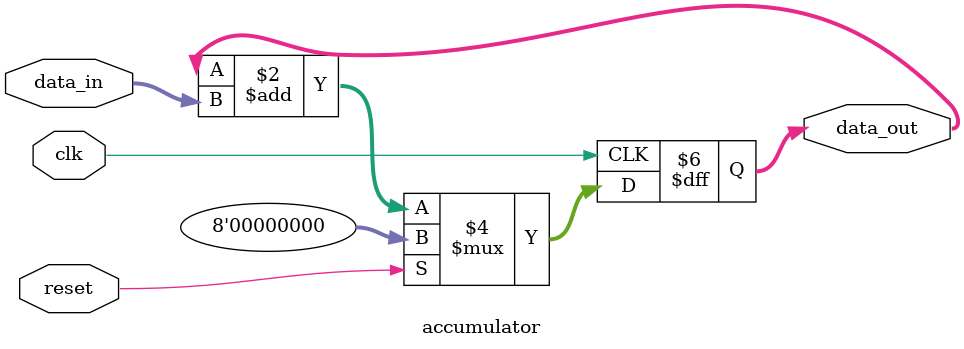
<source format=sv>
module Lab0;

bit       clk, reset;
bit [7:0] data_in;
wire[7:0] data_out;

// instantiate DUT here
accumulator acc1(.clk     (clk    ),   // may omit (clk) since names are the same
                 .reset   (reset)  , 
                 .data_in (data_in), 
                 .data_out(data_out));

always begin
  #5ns clk = 1'b1;
  #5ns clk = 1'b0;
end

initial begin
  #10ns reset = 1;
  #10ns reset = 0;
  #20ns data_in = 2;
  #30ns data_in = 4; 
  #100ns $stop;
end

endmodule



// Device Under Test (DUT)
module accumulator(
  input             clk, 
                    reset,
  input       [7:0] data_in,
  output logic[7:0] data_out);

  always_ff @(posedge clk) begin
    if(reset) data_out <= 8'b0;
    else      data_out <= data_out + data_in;
  end

endmodule


		  // data_out        0
		  //				 2
		  //				 4
		  //				 6
		  //				 8
</source>
